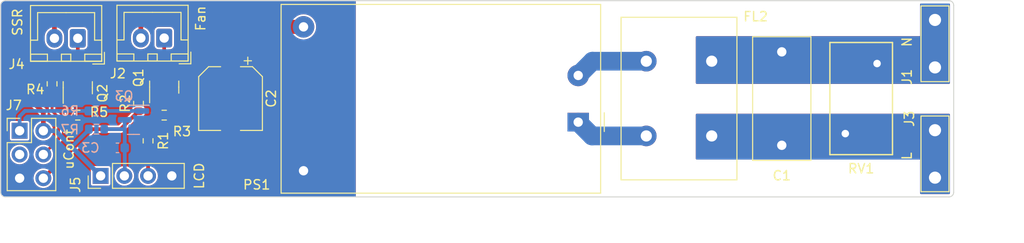
<source format=kicad_pcb>
(kicad_pcb (version 20221018) (generator pcbnew)
  (title_block (title "SolderPlate Power Board") (date "2023-04-21") (rev "1.0") (comment 1 "TiZed"))
  (layers (0 "F.Cu" signal) (31 "B.Cu" signal) (34 "B.Paste" user) (35 "F.Paste" user) (36 "B.SilkS" user "B.Silkscreen") (37 "F.SilkS" user "F.Silkscreen") (38 "B.Mask" user) (39 "F.Mask" user) (44 "Edge.Cuts" user))
  (net 0 "")
  (net 1 "Net-(J1-Pin_1)")
  (net 2 "+5V")
  (net 3 "GND")
  (net 4 "Net-(PS1-AC{slash}L)")
  (net 5 "Net-(PS1-AC{slash}N)")
  (net 6 "Net-(Q1-G)")
  (net 7 "/LCD_BL")
  (net 8 "/Fan_On")
  (net 9 "Net-(J2-Pin_1)")
  (net 10 "Net-(J3-Pin_1)")
  (net 11 "Net-(J4-Pin_1)")
  (net 12 "Net-(Q2-G)")
  (net 13 "/SSR")
  (net 14 "/LCD_V0")
  (net 15 "Net-(Q3-G)")
  (net 16 "/Contrast")
  (footprint "TestPoint:TestPoint_Bridge_Pitch5.08mm_Drill1.3mm" (layer "F.Cu") (at 189 70.94 90)
    (fp_text reference "J3" (at 6.305 -2.75 90) (layer "F.SilkS"))
    (fp_text value "L" (at 2.305 -3 90) (layer "F.SilkS"))
    (fp_line (start -1.5 -1.5) (end -1.5 1.5) (stroke (width 0.12)) (layer "F.SilkS"))
    (fp_line (start -1.5 -1.5) (end 6.6 -1.5) (stroke (width 0.12)) (layer "F.SilkS"))
    (fp_line (start 6.6 1.5) (end -1.5 1.5) (stroke (width 0.12)) (layer "F.SilkS"))
    (fp_line (start 6.6 1.5) (end 6.6 -1.5) (stroke (width 0.12)) (layer "F.SilkS"))
    (pad "1" thru_hole circle (at 0 0 90) (size 2.6 2.6) (drill 1.3) (layers "*.Cu" "*.Mask") (net 10 "Net-(J3-Pin_1)"))
    (pad "1" thru_hole circle (at 5.08 0 90) (size 2.6 2.6) (drill 1.3) (layers "*.Cu" "*.Mask") (net 10 "Net-(J3-Pin_1)"))
  )
  (footprint "Package_TO_SOT_SMD:SOT-23" (layer "F.Cu") (at 106.5 61.25 90)
    (fp_text reference "Q1" (at 1 -2.75 90) (layer "F.SilkS"))
    (fp_text value "BSS138" hide)
    (fp_line (start 0 -1.56) (end -1.675 -1.56) (stroke (width 0.12)) (layer "F.SilkS"))
    (fp_line (start 0 -1.56) (end 0.65 -1.56) (stroke (width 0.12)) (layer "F.SilkS"))
    (fp_line (start 0 1.56) (end -0.65 1.56) (stroke (width 0.12)) (layer "F.SilkS"))
    (fp_line (start 0 1.56) (end 0.65 1.56) (stroke (width 0.12)) (layer "F.SilkS"))
    (pad "1" smd roundrect (at -0.9375 -0.95 90) (size 1.475 0.6) (layers "F.Cu" "F.Paste" "F.Mask") (net 6 "Net-(Q1-G)"))
    (pad "2" smd roundrect (at -0.9375 0.95 90) (size 1.475 0.6) (layers "F.Cu" "F.Paste" "F.Mask") (net 3 "GND"))
    (pad "3" smd roundrect (at 0.9375 0 90) (size 1.475 0.6) (layers "F.Cu" "F.Paste" "F.Mask") (net 9 "Net-(J2-Pin_1)"))
  )
  (footprint "Resistor_SMD:R_0603_1608Metric" (layer "F.Cu") (at 97.25 64.25 180)
    (fp_text reference "R5" (at -2.275 0.32) (layer "F.SilkS"))
    (fp_text value "10K" hide)
    (fp_line (start -0.237258 -0.5225) (end 0.237258 -0.5225) (stroke (width 0.12)) (layer "F.SilkS"))
    (fp_line (start -0.237258 0.5225) (end 0.237258 0.5225) (stroke (width 0.12)) (layer "F.SilkS"))
    (pad "1" smd roundrect (at -0.825 0 180) (size 0.8 0.95) (layers "F.Cu" "F.Paste" "F.Mask") (net 3 "GND"))
    (pad "2" smd roundrect (at 0.825 0 180) (size 0.8 0.95) (layers "F.Cu" "F.Paste" "F.Mask") (net 12 "Net-(Q2-G)"))
  )
  (footprint "Resistor_SMD:R_0603_1608Metric" (layer "F.Cu") (at 94.5 60.9 90)
    (fp_text reference "R4" (at -0.6 -1.8 180) (layer "F.SilkS"))
    (fp_text value "470" hide)
    (fp_line (start -0.237258 -0.5225) (end 0.237258 -0.5225) (stroke (width 0.12)) (layer "F.SilkS"))
    (fp_line (start -0.237258 0.5225) (end 0.237258 0.5225) (stroke (width 0.12)) (layer "F.SilkS"))
    (pad "1" smd roundrect (at -0.825 0 90) (size 0.8 0.95) (layers "F.Cu" "F.Paste" "F.Mask") (net 13 "/SSR"))
    (pad "2" smd roundrect (at 0.825 0 90) (size 0.8 0.95) (layers "F.Cu" "F.Paste" "F.Mask") (net 12 "Net-(Q2-G)"))
  )
  (footprint "Varistor:RV_Disc_D12mm_W6.7mm_P7.5mm" (layer "F.Cu") (at 182.8 58.725 -90)
    (fp_text reference "RV1" (at 11.25 1.7 -180) (layer "F.SilkS"))
    (fp_text value "10D561K" hide)
    (fp_line (start -2.25 -1.65) (end -2.25 5.05) (stroke (width 0.15)) (layer "F.SilkS"))
    (fp_line (start -2.25 -1.65) (end 9.75 -1.65) (stroke (width 0.15)) (layer "F.SilkS"))
    (fp_line (start -2.25 5.05) (end 9.75 5.05) (stroke (width 0.15)) (layer "F.SilkS"))
    (fp_line (start 9.75 -1.65) (end 9.75 5.05) (stroke (width 0.15)) (layer "F.SilkS"))
    (pad "1" thru_hole circle (at 0 0 270) (size 1.8 1.8) (drill 0.8) (layers "*.Cu" "*.Mask") (net 1 "Net-(J1-Pin_1)"))
    (pad "2" thru_hole circle (at 7.5 3.4 270) (size 1.8 1.8) (drill 0.8) (layers "*.Cu" "*.Mask") (net 10 "Net-(J3-Pin_1)"))
  )
  (footprint "Connector_JST:JST_XH_B2B-XH-A_1x02_P2.50mm_Vertical" (layer "F.Cu") (at 97.25 56.025 180)
    (fp_text reference "J4" (at 6.55 -2.775) (layer "F.SilkS"))
    (fp_text value "SSR" (at 6.45 1.725 90) (layer "F.SilkS"))
    (fp_line (start -2.85 -2.75) (end -2.85 -1.5) (stroke (width 0.12)) (layer "F.SilkS"))
    (fp_line (start -2.56 -2.46) (end -2.56 3.51) (stroke (width 0.12)) (layer "F.SilkS"))
    (fp_line (start -2.56 3.51) (end 5.06 3.51) (stroke (width 0.12)) (layer "F.SilkS"))
    (fp_line (start -2.55 -2.45) (end -2.55 -1.7) (stroke (width 0.12)) (layer "F.SilkS"))
    (fp_line (start -2.55 -1.7) (end -0.75 -1.7) (stroke (width 0.12)) (layer "F.SilkS"))
    (fp_line (start -2.55 -0.2) (end -1.8 -0.2) (stroke (width 0.12)) (layer "F.SilkS"))
    (fp_line (start -1.8 -0.2) (end -1.8 2.75) (stroke (width 0.12)) (layer "F.SilkS"))
    (fp_line (start -1.8 2.75) (end 1.25 2.75) (stroke (width 0.12)) (layer "F.SilkS"))
    (fp_line (start -1.6 -2.75) (end -2.85 -2.75) (stroke (width 0.12)) (layer "F.SilkS"))
    (fp_line (start -0.75 -2.45) (end -2.55 -2.45) (stroke (width 0.12)) (layer "F.SilkS"))
    (fp_line (start -0.75 -1.7) (end -0.75 -2.45) (stroke (width 0.12)) (layer "F.SilkS"))
    (fp_line (start 0.75 -2.45) (end 0.75 -1.7) (stroke (width 0.12)) (layer "F.SilkS"))
    (fp_line (start 0.75 -1.7) (end 1.75 -1.7) (stroke (width 0.12)) (layer "F.SilkS"))
    (fp_line (start 1.75 -2.45) (end 0.75 -2.45) (stroke (width 0.12)) (layer "F.SilkS"))
    (fp_line (start 1.75 -1.7) (end 1.75 -2.45) (stroke (width 0.12)) (layer "F.SilkS"))
    (fp_line (start 3.25 -2.45) (end 3.25 -1.7) (stroke (width 0.12)) (layer "F.SilkS"))
    (fp_line (start 3.25 -1.7) (end 5.05 -1.7) (stroke (width 0.12)) (layer "F.SilkS"))
    (fp_line (start 4.3 -0.2) (end 4.3 2.75) (stroke (width 0.12)) (layer "F.SilkS"))
    (fp_line (start 4.3 2.75) (end 1.25 2.75) (stroke (width 0.12)) (layer "F.SilkS"))
    (fp_line (start 5.05 -2.45) (end 3.25 -2.45) (stroke (width 0.12)) (layer "F.SilkS"))
    (fp_line (start 5.05 -1.7) (end 5.05 -2.45) (stroke (width 0.12)) (layer "F.SilkS"))
    (fp_line (start 5.05 -0.2) (end 4.3 -0.2) (stroke (width 0.12)) (layer "F.SilkS"))
    (fp_line (start 5.06 -2.46) (end -2.56 -2.46) (stroke (width 0.12)) (layer "F.SilkS"))
    (fp_line (start 5.06 3.51) (end 5.06 -2.46) (stroke (width 0.12)) (layer "F.SilkS"))
    (pad "1" thru_hole roundrect (at 0 0 180) (size 1.7 2) (drill 1) (layers "*.Cu" "*.Mask") (roundrect_rratio 0.147059) (net 11 "Net-(J4-Pin_1)"))
    (pad "2" thru_hole oval (at 2.5 0 180) (size 1.7 2) (drill 1) (layers "*.Cu" "*.Mask") (net 2 "+5V"))
  )
  (footprint "Inductor_THT:L_CommonMode_PROD_PDUUAT98_L17mm_W12mm_Px7mm_Py8mm" (layer "F.Cu") (at 165.1 66.475 180)
    (fp_text reference "FL2" (at -4.7 12.775) (layer "F.SilkS"))
    (fp_text value "10mH" hide)
    (fp_line (start -2.7 -4.7) (end 9.7 -4.7) (stroke (width 0.12)) (layer "F.SilkS"))
    (fp_line (start -2.7 12.7) (end -2.7 -4.7) (stroke (width 0.12)) (layer "F.SilkS"))
    (fp_line (start 9.7 -4.7) (end 9.7 12.7) (stroke (width 0.12)) (layer "F.SilkS"))
    (fp_line (start 9.7 12.7) (end -2.7 12.7) (stroke (width 0.12)) (layer "F.SilkS"))
    (pad "1" thru_hole circle (at 0 0 180) (size 2.2 2.2) (drill 1.2) (layers "*.Cu" "*.Mask") (net 10 "Net-(J3-Pin_1)"))
    (pad "2" thru_hole circle (at 7 0 180) (size 2.2 2.2) (drill 1.2) (layers "*.Cu" "*.Mask") (net 4 "Net-(PS1-AC{slash}L)"))
    (pad "3" thru_hole circle (at 0 8 180) (size 2.2 2.2) (drill 1.2) (layers "*.Cu" "*.Mask") (net 1 "Net-(J1-Pin_1)"))
    (pad "4" thru_hole circle (at 7 8 180) (size 2.2 2.2) (drill 1.2) (layers "*.Cu" "*.Mask") (net 5 "Net-(PS1-AC{slash}N)"))
  )
  (footprint "Package_TO_SOT_SMD:SOT-23" (layer "F.Cu") (at 97.25 61.3125 90)
    (fp_text reference "Q2" (at -0.5875 2.65 90) (layer "F.SilkS"))
    (fp_text value "BSS138" hide)
    (fp_line (start 0 -1.56) (end -1.675 -1.56) (stroke (width 0.12)) (layer "F.SilkS"))
    (fp_line (start 0 -1.56) (end 0.65 -1.56) (stroke (width 0.12)) (layer "F.SilkS"))
    (fp_line (start 0 1.56) (end -0.65 1.56) (stroke (width 0.12)) (layer "F.SilkS"))
    (fp_line (start 0 1.56) (end 0.65 1.56) (stroke (width 0.12)) (layer "F.SilkS"))
    (pad "1" smd roundrect (at -0.9375 -0.95 90) (size 1.475 0.6) (layers "F.Cu" "F.Paste" "F.Mask") (net 12 "Net-(Q2-G)"))
    (pad "2" smd roundrect (at -0.9375 0.95 90) (size 1.475 0.6) (layers "F.Cu" "F.Paste" "F.Mask") (net 3 "GND"))
    (pad "3" smd roundrect (at 0.9375 0 90) (size 1.475 0.6) (layers "F.Cu" "F.Paste" "F.Mask") (net 11 "Net-(J4-Pin_1)"))
  )
  (footprint "Resistor_SMD:R_0603_1608Metric" (layer "F.Cu") (at 106.5 64.25 180)
    (fp_text reference "R3" (at -1.9 -1.75) (layer "F.SilkS"))
    (fp_text value "10K" hide)
    (fp_line (start -0.237258 -0.5225) (end 0.237258 -0.5225) (stroke (width 0.12)) (layer "F.SilkS"))
    (fp_line (start -0.237258 0.5225) (end 0.237258 0.5225) (stroke (width 0.12)) (layer "F.SilkS"))
    (pad "1" smd roundrect (at -0.825 0 180) (size 0.8 0.95) (layers "F.Cu" "F.Paste" "F.Mask") (net 3 "GND"))
    (pad "2" smd roundrect (at 0.825 0 180) (size 0.8 0.95) (layers "F.Cu" "F.Paste" "F.Mask") (net 6 "Net-(Q1-G)"))
  )
  (footprint "Capacitor_SMD:CP_Elec_6.3x7.7" (layer "F.Cu") (at 113.6 62.475 -90)
    (fp_text reference "C2" (at 0 -4.35 90) (layer "F.SilkS"))
    (fp_text value "220uF" hide)
    (fp_line (start -4.4375 -1.8475) (end -3.65 -1.8475) (stroke (width 0.12)) (layer "F.SilkS"))
    (fp_line (start -4.04375 -2.24125) (end -4.04375 -1.45375) (stroke (width 0.12)) (layer "F.SilkS"))
    (fp_line (start -3.41 -2.345563) (end -3.41 -1.06) (stroke (width 0.12)) (layer "F.SilkS"))
    (fp_line (start -3.41 -2.345563) (end -2.345563 -3.41) (stroke (width 0.12)) (layer "F.SilkS"))
    (fp_line (start -3.41 2.345563) (end -3.41 1.06) (stroke (width 0.12)) (layer "F.SilkS"))
    (fp_line (start -3.41 2.345563) (end -2.345563 3.41) (stroke (width 0.12)) (layer "F.SilkS"))
    (fp_line (start -2.345563 -3.41) (end 3.41 -3.41) (stroke (width 0.12)) (layer "F.SilkS"))
    (fp_line (start -2.345563 3.41) (end 3.41 3.41) (stroke (width 0.12)) (layer "F.SilkS"))
    (fp_line (start 3.41 -3.41) (end 3.41 -1.06) (stroke (width 0.12)) (layer "F.SilkS"))
    (fp_line (start 3.41 3.41) (end 3.41 1.06) (stroke (width 0.12)) (layer "F.SilkS"))
    (pad "1" smd roundrect (at -2.7 0 270) (size 3.5 1.6) (layers "F.Cu" "F.Paste" "F.Mask") (roundrect_rratio 0.15625) (net 2 "+5V"))
    (pad "2" smd roundrect (at 2.7 0 270) (size 3.5 1.6) (layers "F.Cu" "F.Paste" "F.Mask") (roundrect_rratio 0.15625) (net 3 "GND"))
  )
  (footprint "Resistor_SMD:R_0603_1608Metric" (layer "F.Cu") (at 103.75 63 90)
    (fp_text reference "R2" (at 0 -1.43 90) (layer "F.SilkS"))
    (fp_text value "470" hide)
    (fp_line (start -0.237258 -0.5225) (end 0.237258 -0.5225) (stroke (width 0.12)) (layer "F.SilkS"))
    (fp_line (start -0.237258 0.5225) (end 0.237258 0.5225) (stroke (width 0.12)) (layer "F.SilkS"))
    (pad "1" smd roundrect (at -0.825 0 90) (size 0.8 0.95) (layers "F.Cu" "F.Paste" "F.Mask") (net 8 "/Fan_On"))
    (pad "2" smd roundrect (at 0.825 0 90) (size 0.8 0.95) (layers "F.Cu" "F.Paste" "F.Mask") (net 6 "Net-(Q1-G)"))
  )
  (footprint "Connector_JST:JST_XH_B2B-XH-A_1x02_P2.50mm_Vertical" (layer "F.Cu") (at 106.5 56 180)
    (fp_text reference "J2" (at 4.96 -3.8) (layer "F.SilkS"))
    (fp_text value "Fan" (at -3.9 2.1 90) (layer "F.SilkS"))
    (fp_line (start -2.85 -2.75) (end -2.85 -1.5) (stroke (width 0.12)) (layer "F.SilkS"))
    (fp_line (start -2.56 -2.46) (end -2.56 3.51) (stroke (width 0.12)) (layer "F.SilkS"))
    (fp_line (start -2.56 3.51) (end 5.06 3.51) (stroke (width 0.12)) (layer "F.SilkS"))
    (fp_line (start -2.55 -2.45) (end -2.55 -1.7) (stroke (width 0.12)) (layer "F.SilkS"))
    (fp_line (start -2.55 -1.7) (end -0.75 -1.7) (stroke (width 0.12)) (layer "F.SilkS"))
    (fp_line (start -2.55 -0.2) (end -1.8 -0.2) (stroke (width 0.12)) (layer "F.SilkS"))
    (fp_line (start -1.8 -0.2) (end -1.8 2.75) (stroke (width 0.12)) (layer "F.SilkS"))
    (fp_line (start -1.8 2.75) (end 1.25 2.75) (stroke (width 0.12)) (layer "F.SilkS"))
    (fp_line (start -1.6 -2.75) (end -2.85 -2.75) (stroke (width 0.12)) (layer "F.SilkS"))
    (fp_line (start -0.75 -2.45) (end -2.55 -2.45) (stroke (width 0.12)) (layer "F.SilkS"))
    (fp_line (start -0.75 -1.7) (end -0.75 -2.45) (stroke (width 0.12)) (layer "F.SilkS"))
    (fp_line (start 0.75 -2.45) (end 0.75 -1.7) (stroke (width 0.12)) (layer "F.SilkS"))
    (fp_line (start 0.75 -1.7) (end 1.75 -1.7) (stroke (width 0.12)) (layer "F.SilkS"))
    (fp_line (start 1.75 -2.45) (end 0.75 -2.45) (stroke (width 0.12)) (layer "F.SilkS"))
    (fp_line (start 1.75 -1.7) (end 1.75 -2.45) (stroke (width 0.12)) (layer "F.SilkS"))
    (fp_line (start 3.25 -2.45) (end 3.25 -1.7) (stroke (width 0.12)) (layer "F.SilkS"))
    (fp_line (start 3.25 -1.7) (end 5.05 -1.7) (stroke (width 0.12)) (layer "F.SilkS"))
    (fp_line (start 4.3 -0.2) (end 4.3 2.75) (stroke (width 0.12)) (layer "F.SilkS"))
    (fp_line (start 4.3 2.75) (end 1.25 2.75) (stroke (width 0.12)) (layer "F.SilkS"))
    (fp_line (start 5.05 -2.45) (end 3.25 -2.45) (stroke (width 0.12)) (layer "F.SilkS"))
    (fp_line (start 5.05 -1.7) (end 5.05 -2.45) (stroke (width 0.12)) (layer "F.SilkS"))
    (fp_line (start 5.05 -0.2) (end 4.3 -0.2) (stroke (width 0.12)) (layer "F.SilkS"))
    (fp_line (start 5.06 -2.46) (end -2.56 -2.46) (stroke (width 0.12)) (layer "F.SilkS"))
    (fp_line (start 5.06 3.51) (end 5.06 -2.46) (stroke (width 0.12)) (layer "F.SilkS"))
    (pad "1" thru_hole roundrect (at 0 0 180) (size 1.7 2) (drill 1) (layers "*.Cu" "*.Mask") (roundrect_rratio 0.147059) (net 9 "Net-(J2-Pin_1)"))
    (pad "2" thru_hole oval (at 2.5 0 180) (size 1.7 2) (drill 1) (layers "*.Cu" "*.Mask") (net 2 "+5V"))
  )
  (footprint "Resistor_SMD:R_0603_1608Metric" (layer "F.Cu") (at 104.775 67 -90)
    (fp_text reference "R1" (at 0 -1.625 90) (layer "F.SilkS"))
    (fp_text value "68" hide)
    (fp_line (start -0.237258 -0.5225) (end 0.237258 -0.5225) (stroke (width 0.12)) (layer "F.SilkS"))
    (fp_line (start -0.237258 0.5225) (end 0.237258 0.5225) (stroke (width 0.12)) (layer "F.SilkS"))
    (pad "1" smd roundrect (at -0.825 0 270) (size 0.8 0.95) (layers "F.Cu" "F.Paste" "F.Mask") (net 2 "+5V"))
    (pad "2" smd roundrect (at 0.825 0 270) (size 0.8 0.95) (layers "F.Cu" "F.Paste" "F.Mask") (net 7 "/LCD_BL"))
  )
  (footprint "Connector_PinHeader_2.54mm:PinHeader_2x03_P2.54mm_Vertical" (layer "F.Cu") (at 91.025 65.92)
    (fp_text reference "J7" (at -0.625 -2.72) (layer "F.SilkS"))
    (fp_text value "uCont" (at 5.275 1.98 90) (layer "F.SilkS"))
    (fp_line (start -1.33 -1.33) (end 0 -1.33) (stroke (width 0.12)) (layer "F.SilkS"))
    (fp_line (start -1.33 0) (end -1.33 -1.33) (stroke (width 0.12)) (layer "F.SilkS"))
    (fp_line (start -1.33 1.27) (end -1.33 6.41) (stroke (width 0.12)) (layer "F.SilkS"))
    (fp_line (start -1.33 1.27) (end 1.27 1.27) (stroke (width 0.12)) (layer "F.SilkS"))
    (fp_line (start -1.33 6.41) (end 3.87 6.41) (stroke (width 0.12)) (layer "F.SilkS"))
    (fp_line (start 1.27 -1.33) (end 3.87 -1.33) (stroke (width 0.12)) (layer "F.SilkS"))
    (fp_line (start 1.27 1.27) (end 1.27 -1.33) (stroke (width 0.12)) (layer "F.SilkS"))
    (fp_line (start 3.87 -1.33) (end 3.87 6.41) (stroke (width 0.12)) (layer "F.SilkS"))
    (pad "1" thru_hole rect (at 0 0) (size 1.7 1.7) (drill 1) (layers "*.Cu" "*.Mask") (net 16 "/Contrast"))
    (pad "2" thru_hole oval (at 2.54 0) (size 1.7 1.7) (drill 1) (layers "*.Cu" "*.Mask") (net 2 "+5V"))
    (pad "3" thru_hole oval (at 0 2.54) (size 1.7 1.7) (drill 1) (layers "*.Cu" "*.Mask"))
    (pad "4" thru_hole oval (at 2.54 2.54) (size 1.7 1.7) (drill 1) (layers "*.Cu" "*.Mask") (net 13 "/SSR"))
    (pad "5" thru_hole oval (at 0 5.08) (size 1.7 1.7) (drill 1) (layers "*.Cu" "*.Mask") (net 3 "GND"))
    (pad "6" thru_hole oval (at 2.54 5.08) (size 1.7 1.7) (drill 1) (layers "*.Cu" "*.Mask") (net 8 "/Fan_On"))
  )
  (footprint "TestPoint:TestPoint_Bridge_Pitch5.08mm_Drill1.3mm" (layer "F.Cu") (at 189 54.06 -90)
    (fp_text reference "J1" (at 6.105 3 -90) (layer "F.SilkS"))
    (fp_text value "N" (at 2.355 3 -90) (layer "F.SilkS"))
    (fp_line (start -1.5 -1.5) (end -1.5 1.5) (stroke (width 0.12)) (layer "F.SilkS"))
    (fp_line (start -1.5 -1.5) (end 6.6 -1.5) (stroke (width 0.12)) (layer "F.SilkS"))
    (fp_line (start 6.6 1.5) (end -1.5 1.5) (stroke (width 0.12)) (layer "F.SilkS"))
    (fp_line (start 6.6 1.5) (end 6.6 -1.5) (stroke (width 0.12)) (layer "F.SilkS"))
    (pad "1" thru_hole circle (at 0 0 270) (size 2.6 2.6) (drill 1.3) (layers "*.Cu" "*.Mask") (net 1 "Net-(J1-Pin_1)"))
    (pad "1" thru_hole circle (at 5.08 0 270) (size 2.6 2.6) (drill 1.3) (layers "*.Cu" "*.Mask") (net 1 "Net-(J1-Pin_1)"))
  )
  (footprint "Converter_ACDC:Converter_ACDC_HiLink_HLK-PMxx" (layer "F.Cu") (at 150.8125 65 180)
    (fp_text reference "PS1" (at 34.4125 -6.7 180) (layer "F.SilkS"))
    (fp_text value "HLK-PM01" hide)
    (fp_line (start -2.79 -1) (end -2.79 1.01) (stroke (width 0.12)) (layer "F.SilkS"))
    (fp_line (start -2.4 -7.6) (end -2.4 12.6) (stroke (width 0.12)) (layer "F.SilkS"))
    (fp_line (start -2.4 12.6) (end 31.8 12.6) (stroke (width 0.12)) (layer "F.SilkS"))
    (fp_line (start 31.8 -7.6) (end -2.4 -7.6) (stroke (width 0.12)) (layer "F.SilkS"))
    (fp_line (start 31.8 12.6) (end 31.8 -7.6) (stroke (width 0.12)) (layer "F.SilkS"))
    (pad "1" thru_hole rect (at 0 0 180) (size 2.3 2) (drill 1) (layers "*.Cu" "*.Mask") (net 4 "Net-(PS1-AC{slash}L)"))
    (pad "2" thru_hole circle (at 0 5 180) (size 2.3 2.3) (drill 1) (layers "*.Cu" "*.Mask") (net 5 "Net-(PS1-AC{slash}N)"))
    (pad "3" thru_hole circle (at 29.4 -5.2 180) (size 2.3 2.3) (drill 1) (layers "*.Cu" "*.Mask") (net 3 "GND"))
    (pad "4" thru_hole circle (at 29.4 10.2 180) (size 2.3 2.3) (drill 1) (layers "*.Cu" "*.Mask") (net 2 "+5V"))
  )
  (footprint "Capacitor_THT:C_Rect_L13.0mm_W6.0mm_P10.00mm_FKS3_FKP3_MKS4" (layer "F.Cu") (at 172.6 67.475 90)
    (fp_text reference "C1" (at -3.25 0 180) (layer "F.SilkS"))
    (fp_text value "100nF" hide)
    (fp_line (start -1.62 -3.12) (end -1.62 3.12) (stroke (width 0.12)) (layer "F.SilkS"))
    (fp_line (start -1.62 -3.12) (end 11.62 -3.12) (stroke (width 0.12)) (layer "F.SilkS"))
    (fp_line (start -1.62 3.12) (end 11.62 3.12) (stroke (width 0.12)) (layer "F.SilkS"))
    (fp_line (start 11.62 -3.12) (end 11.62 3.12) (stroke (width 0.12)) (layer "F.SilkS"))
    (pad "1" thru_hole circle (at 0 0 90) (size 2 2) (drill 1) (layers "*.Cu" "*.Mask") (net 10 "Net-(J3-Pin_1)"))
    (pad "2" thru_hole circle (at 10 0 90) (size 2 2) (drill 1) (layers "*.Cu" "*.Mask") (net 1 "Net-(J1-Pin_1)"))
  )
  (footprint "Connector_PinHeader_2.54mm:PinHeader_1x04_P2.54mm_Vertical" (layer "F.Cu") (at 99.695 70.75 90)
    (fp_text reference "J5" (at -0.95 -2.695 90) (layer "F.SilkS"))
    (fp_text value "LCD" (at 0 10.555 90) (layer "F.SilkS"))
    (fp_line (start -1.33 -1.33) (end 0 -1.33) (stroke (width 0.12)) (layer "F.SilkS"))
    (fp_line (start -1.33 0) (end -1.33 -1.33) (stroke (width 0.12)) (layer "F.SilkS"))
    (fp_line (start -1.33 1.27) (end -1.33 8.95) (stroke (width 0.12)) (layer "F.SilkS"))
    (fp_line (start -1.33 1.27) (end 1.33 1.27) (stroke (width 0.12)) (layer "F.SilkS"))
    (fp_line (start -1.33 8.95) (end 1.33 8.95) (stroke (width 0.12)) (layer "F.SilkS"))
    (fp_line (start 1.33 1.27) (end 1.33 8.95) (stroke (width 0.12)) (layer "F.SilkS"))
    (pad "1" thru_hole rect (at 0 0 90) (size 1.7 1.7) (drill 1) (layers "*.Cu" "*.Mask") (net 2 "+5V"))
    (pad "2" thru_hole oval (at 0 2.54 90) (size 1.7 1.7) (drill 1) (layers "*.Cu" "*.Mask") (net 14 "/LCD_V0"))
    (pad "3" thru_hole oval (at 0 5.08 90) (size 1.7 1.7) (drill 1) (layers "*.Cu" "*.Mask") (net 7 "/LCD_BL"))
    (pad "4" thru_hole oval (at 0 7.62 90) (size 1.7 1.7) (drill 1) (layers "*.Cu" "*.Mask") (net 3 "GND"))
  )
  (footprint "Capacitor_SMD:C_0603_1608Metric" (layer "B.Cu") (at 101.5 67.75 180)
    (fp_text reference "C3" (at 2.9 0) (layer "B.SilkS") (effects (justify mirror)))
    (fp_text value "100nF" hide)
    (fp_line (start -0.14058 -0.51) (end 0.14058 -0.51) (stroke (width 0.12)) (layer "B.SilkS"))
    (fp_line (start -0.14058 0.51) (end 0.14058 0.51) (stroke (width 0.12)) (layer "B.SilkS"))
    (pad "1" smd roundrect (at -0.775 0 180) (size 0.9 0.95) (layers "B.Cu" "B.Paste" "B.Mask") (net 14 "/LCD_V0"))
    (pad "2" smd roundrect (at 0.775 0 180) (size 0.9 0.95) (layers "B.Cu" "B.Paste" "B.Mask") (net 3 "GND"))
  )
  (footprint "Resistor_SMD:R_0603_1608Metric" (layer "B.Cu") (at 99.25 65.75 180)
    (fp_text reference "R7" (at 2.85 -0.05) (layer "B.SilkS") (effects (justify mirror)))
    (fp_text value "10K" hide)
    (fp_line (start -0.237258 -0.5225) (end 0.237258 -0.5225) (stroke (width 0.12)) (layer "B.SilkS"))
    (fp_line (start -0.237258 0.5225) (end 0.237258 0.5225) (stroke (width 0.12)) (layer "B.SilkS"))
    (pad "1" smd roundrect (at -0.825 0 180) (size 0.8 0.95) (layers "B.Cu" "B.Paste" "B.Mask") (net 14 "/LCD_V0"))
    (pad "2" smd roundrect (at 0.825 0 180) (size 0.8 0.95) (layers "B.Cu" "B.Paste" "B.Mask") (net 2 "+5V"))
  )
  (footprint "Package_TO_SOT_SMD:SOT-23" (layer "B.Cu") (at 103.2125 64.75 180)
    (fp_text reference "Q3" (at 1.0125 2.55) (layer "B.SilkS") (effects (justify mirror)))
    (fp_text value "BSS138" hide)
    (fp_line (start 0 -1.56) (end -0.65 -1.56) (stroke (width 0.12)) (layer "B.SilkS"))
    (fp_line (start 0 -1.56) (end 0.65 -1.56) (stroke (width 0.12)) (layer "B.SilkS"))
    (fp_line (start 0 1.56) (end -1.675 1.56) (stroke (width 0.12)) (layer "B.SilkS"))
    (fp_line (start 0 1.56) (end 0.65 1.56) (stroke (width 0.12)) (layer "B.SilkS"))
    (pad "1" smd roundrect (at -0.9375 0.95 180) (size 1.475 0.6) (layers "B.Cu" "B.Paste" "B.Mask") (net 15 "Net-(Q3-G)"))
    (pad "2" smd roundrect (at -0.9375 -0.95 180) (size 1.475 0.6) (layers "B.Cu" "B.Paste" "B.Mask") (net 3 "GND"))
    (pad "3" smd roundrect (at 0.9375 0 180) (size 1.475 0.6) (layers "B.Cu" "B.Paste" "B.Mask") (net 14 "/LCD_V0"))
  )
  (footprint "Resistor_SMD:R_0603_1608Metric" (layer "B.Cu") (at 99.2 63.8)
    (fp_text reference "R6" (at -2.8 0) (layer "B.SilkS") (effects (justify mirror)))
    (fp_text value "470" hide)
    (fp_line (start -0.237258 -0.5225) (end 0.237258 -0.5225) (stroke (width 0.12)) (layer "B.SilkS"))
    (fp_line (start -0.237258 0.5225) (end 0.237258 0.5225) (stroke (width 0.12)) (layer "B.SilkS"))
    (pad "1" smd roundrect (at -0.825 0) (size 0.8 0.95) (layers "B.Cu" "B.Paste" "B.Mask") (net 16 "/Contrast"))
    (pad "2" smd roundrect (at 0.825 0) (size 0.8 0.95) (layers "B.Cu" "B.Paste" "B.Mask") (net 15 "Net-(Q3-G)"))
  )
  (gr_arc (start 191 72.5) (mid 190.853553 72.853553) (end 190.5 73) (stroke (width 0.1)) (layer "Edge.Cuts"))
  (gr_arc (start 89.5 73) (mid 89.146447 72.853553) (end 89 72.5) (stroke (width 0.1)) (layer "Edge.Cuts"))
  (gr_arc (start 190.5 52) (mid 190.853553 52.146447) (end 191 52.5) (stroke (width 0.1)) (layer "Edge.Cuts"))
  (gr_line (start 89 72.5) (end 89 52.5) (stroke (width 0.1)) (layer "Edge.Cuts"))
  (gr_arc (start 89 52.5) (mid 89.146447 52.146447) (end 89.5 52) (stroke (width 0.1)) (layer "Edge.Cuts"))
  (gr_line (start 190.5 73) (end 89.5 73) (stroke (width 0.1)) (layer "Edge.Cuts"))
  (gr_line (start 191 72.5) (end 191 52.5) (stroke (width 0.1)) (layer "Edge.Cuts"))
  (gr_line (start 89.5 52) (end 190.5 52) (stroke (width 0.1)) (layer "Edge.Cuts"))
  (segment (start 109.5 60.5) (end 110.225 59.775) (width 0.4) (layer "F.Cu") (net 2))
  (segment (start 104 53.5) (end 94.75 53.5) (width 0.5) (layer "F.Cu") (net 2))
  (segment (start 93.565 63.965) (end 93.565 65.92) (width 0.5) (layer "F.Cu") (net 2))
  (segment (start 104.775 66.175) (end 108.575 66.175) (width 0.4) (layer "F.Cu") (net 2))
  (segment (start 109.5 65.25) (end 109.5 60.5) (width 0.4) (layer "F.Cu") (net 2))
  (segment (start 121.4125 54.8) (end 114.725 54.8) (width 1.5) (layer "F.Cu") (net 2))
  (segment (start 94.75 53.5) (end 92.25 53.5) (width 0.5) (layer "F.Cu") (net 2))
  (segment (start 113.6 55.925) (end 113.6 59.775) (width 1.5) (layer "F.Cu") (net 2))
  (segment (start 104 56) (end 104 53.5) (width 0.5) (layer "F.Cu") (net 2))
  (segment (start 108.575 66.175) (end 109.5 65.25) (width 0.4) (layer "F.Cu") (net 2))
  (segment (start 92.25 53.5) (end 91.5 54.25) (width 0.5) (layer "F.Cu") (net 2))
  (segment (start 113.425 53.5) (end 114.725 54.8) (width 0.5) (layer "F.Cu") (net 2))
  (segment (start 94.75 53.5) (end 94.75 56.025) (width 0.5) (layer "F.Cu") (net 2))
  (segment (start 91.5 54.25) (end 91.5 61.9) (width 0.5) (layer "F.Cu") (net 2))
  (segment (start 91.5 61.9) (end 93.565 63.965) (width 0.5) (layer "F.Cu") (net 2))
  (segment (start 104 53.5) (end 113.425 53.5) (width 0.5) (layer "F.Cu") (net 2))
  (segment (start 110.225 59.775) (end 113.6 59.775) (width 0.4) (layer "F.Cu") (net 2))
  (segment (start 114.725 54.8) (end 113.6 55.925) (width 1.5) (layer "F.Cu") (net 2))
  (segment (start 96.5975 67.6525) (end 99.695 70.75) (width 0.5) (layer "B.Cu") (net 2))
  (segment (start 94.865 65.92) (end 93.565 65.92) (width 0.5) (layer "B.Cu") (net 2))
  (segment (start 98.425 65.825) (end 96.5975 67.6525) (width 0.4) (layer "B.Cu") (net 2))
  (segment (start 98.425 65.75) (end 98.425 65.825) (width 0.4) (layer "B.Cu") (net 2))
  (segment (start 94.865 65.92) (end 96.5975 67.6525) (width 0.5) (layer "B.Cu") (net 2))
  (segment (start 113.6 69) (end 113.6 65.175) (width 1.5) (layer "F.Cu") (net 3))
  (segment (start 121.4125 70.2) (end 114.8 70.2) (width 1.5) (layer "F.Cu") (net 3))
  (segment (start 114.8 70.2) (end 113.6 69) (width 1.5) (layer "F.Cu") (net 3))
  (segment (start 158.1 66.475) (end 152.2875 66.475) (width 2) (layer "B.Cu") (net 4))
  (segment (start 152.2875 66.475) (end 150.8125 65) (width 2) (layer "B.Cu") (net 4))
  (segment (start 152.3375 58.475) (end 150.8125 60) (width 2) (layer "B.Cu") (net 5))
  (segment (start 158.1 58.475) (end 152.3375 58.475) (width 2) (layer "B.Cu") (net 5))
  (segment (start 103.75 62.175) (end 105.5375 62.175) (width 0.4) (layer "F.Cu") (net 6))
  (segment (start 105.675 63.475) (end 105.55 63.35) (width 0.4) (layer "F.Cu") (net 6))
  (segment (start 105.5375 62.175) (end 105.55 62.1875) (width 0.4) (layer "F.Cu") (net 6))
  (segment (start 105.675 64.25) (end 105.675 63.475) (width 0.4) (layer "F.Cu") (net 6))
  (segment (start 105.55 63.35) (end 105.55 62.1875) (width 0.4) (layer "F.Cu") (net 6))
  (segment (start 104.775 67.825) (end 104.775 70.75) (width 0.4) (layer "F.Cu") (net 7))
  (segment (start 98.815 65.75) (end 93.565 71) (width 0.4) (layer "F.Cu") (net 8))
  (segment (start 101.825 65.75) (end 98.815 65.75) (width 0.4) (layer "F.Cu") (net 8))
  (segment (start 101.825 65.75) (end 103.75 63.825) (width 0.4) (layer "F.Cu") (net 8))
  (segment (start 106.5 60.3125) (end 106.5 56) (width 0.4) (layer "F.Cu") (net 9))
  (segment (start 97.25 60.375) (end 97.25 56.025) (width 0.4) (layer "F.Cu") (net 11))
  (segment (start 96.3 60.4) (end 96.3 62.25) (width 0.3) (layer "F.Cu") (net 12))
  (segment (start 94.5 60.075) (end 95.975 60.075) (width 0.3) (layer "F.Cu") (net 12))
  (segment (start 96.3 63.2) (end 96.3 62.25) (width 0.4) (layer "F.Cu") (net 12))
  (segment (start 95.975 60.075) (end 96.3 60.4) (width 0.3) (layer "F.Cu") (net 12))
  (segment (start 96.425 63.325) (end 96.3 63.2) (width 0.4) (layer "F.Cu") (net 12))
  (segment (start 96.425 64.25) (end 96.425 63.325) (width 0.4) (layer "F.Cu") (net 12))
  (segment (start 95.2 66.825) (end 95.2 64.5) (width 0.3) (layer "F.Cu") (net 13))
  (segment (start 95.2 64.5) (end 94.5 63.8) (width 0.3) (layer "F.Cu") (net 13))
  (segment (start 93.565 68.46) (end 95.2 66.825) (width 0.3) (layer "F.Cu") (net 13))
  (segment (start 94.5 63.8) (end 94.5 61.725) (width 0.3) (layer "F.Cu") (net 13))
  (segment (start 102.275 67.75) (end 102.275 70.71) (width 0.4) (layer "B.Cu") (net 14))
  (segment (start 102.275 65.75) (end 102.275 67.75) (width 0.4) (layer "B.Cu") (net 14))
  (segment (start 100.075 65.75) (end 102.275 65.75) (width 0.4) (layer "B.Cu") (net 14))
  (segment (start 102.275 64.75) (end 102.275 65.75) (width 0.4) (layer "B.Cu") (net 14))
  (segment (start 102.275 70.71) (end 102.235 70.75) (width 0.4) (layer "B.Cu") (net 14))
  (segment (start 100.025 63.8) (end 104.15 63.8) (width 0.4) (layer "B.Cu") (net 15))
  (segment (start 98.375 63.8) (end 91.6 63.8) (width 0.4) (layer "B.Cu") (net 16))
  (segment (start 91.6 63.8) (end 91.025 64.375) (width 0.4) (layer "B.Cu") (net 16))
  (segment (start 91.025 64.375) (end 91.025 65.92) (width 0.4) (layer "B.Cu") (net 16))
  (zone (net 3) (net_name "GND") (layers "F&B.Cu") (connect_pads yes (clearance 0.2)) (min_thickness 0.22) (fill yes (thermal_gap 0.5) (thermal_bridge_width 0.5))
    (polygon (pts (xy 89 52) (xy 127 52) (xy 127 73) (xy 89 73)))
  )
  (zone (net 10) (net_name "Net-(J3-Pin_1)") (layers "F&B.Cu") (priority 2) (connect_pads yes (clearance 0.2)) (min_thickness 0.2) (fill yes (thermal_gap 0.5) (thermal_bridge_width 0.5))
    (polygon (pts (xy 190.6 72.7) (xy 190.6 64.1) (xy 163.4 64.1) (xy 163.4 69) (xy 187.4 69) (xy 187.4 72.7)))
  )
  (zone (net 1) (net_name "Net-(J1-Pin_1)") (layers "F&B.Cu") (priority 1) (connect_pads yes (clearance 0.2)) (min_thickness 0.2) (fill yes (thermal_gap 0.5) (thermal_bridge_width 0.5))
    (polygon (pts (xy 190.6 52.3) (xy 190.6 60.9) (xy 163.4 60.9) (xy 163.4 55.8) (xy 187.4 55.8) (xy 187.4 52.3)))
  )
)
</source>
